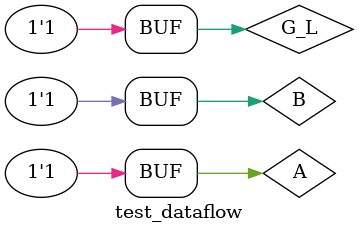
<source format=v>
`timescale 1ns / 1ps


module test_dataflow;

	// Inputs
	reg G_L;
	reg A;
	reg B;

	// Outputs
	wire [3:0] Y_L;

	// Instantiate the Unit Under Test (UUT)
	v74x139_dataflow uut (
		.G_L(G_L),
		.A(A),
		.B(B),
		.Y_L(Y_L)
	);

	initial begin
		G_L = 0; A = 0; B = 0;
		#100;

		G_L = 0; A = 0; B = 1;
		#100;

		G_L = 0; A = 1; B = 0;
		#100;

		G_L = 0; A = 1; B = 1;
		#100;

		G_L = 1; A = 0; B = 0;
		#100;

		G_L = 1; A = 0; B = 1;
		#100;

		G_L = 1; A = 1; B = 0;
		#100;

		G_L = 1; A = 1; B = 1;

	end

endmodule

</source>
